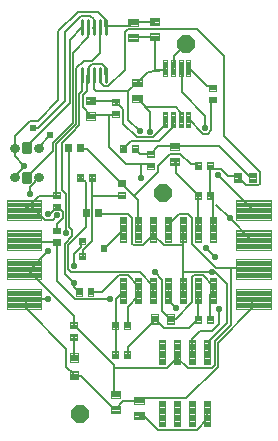
<source format=gbr>
G04 EAGLE Gerber RS-274X export*
G75*
%MOMM*%
%FSLAX34Y34*%
%LPD*%
%INTop Copper*%
%IPPOS*%
%AMOC8*
5,1,8,0,0,1.08239X$1,22.5*%
G01*
%ADD10C,0.250000*%
%ADD11C,0.105000*%
%ADD12C,0.099000*%
%ADD13C,0.102000*%
%ADD14C,0.800000*%
%ADD15C,0.400000*%
%ADD16C,0.104000*%
%ADD17C,0.103631*%
%ADD18C,0.108000*%
%ADD19P,1.623585X8X202.500000*%
%ADD20C,0.127000*%
%ADD21C,0.554000*%
%ADD22C,0.604000*%
%ADD23C,0.152400*%


D10*
X87000Y353250D02*
X87000Y341250D01*
X82000Y341250D02*
X82000Y353250D01*
X77000Y353250D02*
X77000Y341250D01*
X72000Y341250D02*
X72000Y353250D01*
X67000Y353250D02*
X67000Y341250D01*
X87000Y312750D02*
X87000Y300750D01*
X82000Y300750D02*
X82000Y312750D01*
X77000Y312750D02*
X77000Y300750D01*
X72000Y300750D02*
X72000Y312750D01*
X67000Y312750D02*
X67000Y300750D01*
D11*
X117353Y290159D02*
X117353Y284209D01*
X109403Y284209D01*
X109403Y290159D01*
X117353Y290159D01*
X117353Y285206D02*
X109403Y285206D01*
X109403Y286203D02*
X117353Y286203D01*
X117353Y287200D02*
X109403Y287200D01*
X109403Y288197D02*
X117353Y288197D01*
X117353Y289194D02*
X109403Y289194D01*
X117353Y297209D02*
X117353Y303159D01*
X117353Y297209D02*
X109403Y297209D01*
X109403Y303159D01*
X117353Y303159D01*
X117353Y298206D02*
X109403Y298206D01*
X109403Y299203D02*
X117353Y299203D01*
X117353Y300200D02*
X109403Y300200D01*
X109403Y301197D02*
X117353Y301197D01*
X117353Y302194D02*
X109403Y302194D01*
X77975Y274975D02*
X77975Y269025D01*
X70025Y269025D01*
X70025Y274975D01*
X77975Y274975D01*
X77975Y270022D02*
X70025Y270022D01*
X70025Y271019D02*
X77975Y271019D01*
X77975Y272016D02*
X70025Y272016D01*
X70025Y273013D02*
X77975Y273013D01*
X77975Y274010D02*
X70025Y274010D01*
X77975Y282025D02*
X77975Y287975D01*
X77975Y282025D02*
X70025Y282025D01*
X70025Y287975D01*
X77975Y287975D01*
X77975Y283022D02*
X70025Y283022D01*
X70025Y284019D02*
X77975Y284019D01*
X77975Y285016D02*
X70025Y285016D01*
X70025Y286013D02*
X77975Y286013D01*
X77975Y287010D02*
X70025Y287010D01*
X148975Y236475D02*
X148975Y230525D01*
X141025Y230525D01*
X141025Y236475D01*
X148975Y236475D01*
X148975Y231522D02*
X141025Y231522D01*
X141025Y232519D02*
X148975Y232519D01*
X148975Y233516D02*
X141025Y233516D01*
X141025Y234513D02*
X148975Y234513D01*
X148975Y235510D02*
X141025Y235510D01*
X148975Y243525D02*
X148975Y249475D01*
X148975Y243525D02*
X141025Y243525D01*
X141025Y249475D01*
X148975Y249475D01*
X148975Y244522D02*
X141025Y244522D01*
X141025Y245519D02*
X148975Y245519D01*
X148975Y246516D02*
X141025Y246516D01*
X141025Y247513D02*
X148975Y247513D01*
X148975Y248510D02*
X141025Y248510D01*
X195525Y216025D02*
X201475Y216025D01*
X195525Y216025D02*
X195525Y223975D01*
X201475Y223975D01*
X201475Y216025D01*
X201475Y217022D02*
X195525Y217022D01*
X195525Y218019D02*
X201475Y218019D01*
X201475Y219016D02*
X195525Y219016D01*
X195525Y220013D02*
X201475Y220013D01*
X201475Y221010D02*
X195525Y221010D01*
X195525Y222007D02*
X201475Y222007D01*
X201475Y223004D02*
X195525Y223004D01*
X208525Y216025D02*
X214475Y216025D01*
X208525Y216025D02*
X208525Y223975D01*
X214475Y223975D01*
X214475Y216025D01*
X214475Y217022D02*
X208525Y217022D01*
X208525Y218019D02*
X214475Y218019D01*
X214475Y219016D02*
X208525Y219016D01*
X208525Y220013D02*
X214475Y220013D01*
X214475Y221010D02*
X208525Y221010D01*
X208525Y222007D02*
X214475Y222007D01*
X214475Y223004D02*
X208525Y223004D01*
X131475Y96025D02*
X125525Y96025D01*
X125525Y103975D01*
X131475Y103975D01*
X131475Y96025D01*
X131475Y97022D02*
X125525Y97022D01*
X125525Y98019D02*
X131475Y98019D01*
X131475Y99016D02*
X125525Y99016D01*
X125525Y100013D02*
X131475Y100013D01*
X131475Y101010D02*
X125525Y101010D01*
X125525Y102007D02*
X131475Y102007D01*
X131475Y103004D02*
X125525Y103004D01*
X138525Y96025D02*
X144475Y96025D01*
X138525Y96025D02*
X138525Y103975D01*
X144475Y103975D01*
X144475Y96025D01*
X144475Y97022D02*
X138525Y97022D01*
X138525Y98019D02*
X144475Y98019D01*
X144475Y99016D02*
X138525Y99016D01*
X138525Y100013D02*
X144475Y100013D01*
X144475Y101010D02*
X138525Y101010D01*
X138525Y102007D02*
X144475Y102007D01*
X144475Y103004D02*
X138525Y103004D01*
X91025Y39475D02*
X91025Y33525D01*
X91025Y39475D02*
X98975Y39475D01*
X98975Y33525D01*
X91025Y33525D01*
X91025Y34522D02*
X98975Y34522D01*
X98975Y35519D02*
X91025Y35519D01*
X91025Y36516D02*
X98975Y36516D01*
X98975Y37513D02*
X91025Y37513D01*
X91025Y38510D02*
X98975Y38510D01*
X91025Y26475D02*
X91025Y20525D01*
X91025Y26475D02*
X98975Y26475D01*
X98975Y20525D01*
X91025Y20525D01*
X91025Y21522D02*
X98975Y21522D01*
X98975Y22519D02*
X91025Y22519D01*
X91025Y23516D02*
X98975Y23516D01*
X98975Y24513D02*
X91025Y24513D01*
X91025Y25510D02*
X98975Y25510D01*
X118975Y21475D02*
X118975Y15525D01*
X111025Y15525D01*
X111025Y21475D01*
X118975Y21475D01*
X118975Y16522D02*
X111025Y16522D01*
X111025Y17519D02*
X118975Y17519D01*
X118975Y18516D02*
X111025Y18516D01*
X111025Y19513D02*
X118975Y19513D01*
X118975Y20510D02*
X111025Y20510D01*
X118975Y28525D02*
X118975Y34475D01*
X118975Y28525D02*
X111025Y28525D01*
X111025Y34475D01*
X118975Y34475D01*
X118975Y29522D02*
X111025Y29522D01*
X111025Y30519D02*
X118975Y30519D01*
X118975Y31516D02*
X111025Y31516D01*
X111025Y32513D02*
X118975Y32513D01*
X118975Y33510D02*
X111025Y33510D01*
X113975Y335525D02*
X113975Y341475D01*
X113975Y335525D02*
X106025Y335525D01*
X106025Y341475D01*
X113975Y341475D01*
X113975Y336522D02*
X106025Y336522D01*
X106025Y337519D02*
X113975Y337519D01*
X113975Y338516D02*
X106025Y338516D01*
X106025Y339513D02*
X113975Y339513D01*
X113975Y340510D02*
X106025Y340510D01*
X113975Y348525D02*
X113975Y354475D01*
X113975Y348525D02*
X106025Y348525D01*
X106025Y354475D01*
X113975Y354475D01*
X113975Y349522D02*
X106025Y349522D01*
X106025Y350519D02*
X113975Y350519D01*
X113975Y351516D02*
X106025Y351516D01*
X106025Y352513D02*
X113975Y352513D01*
X113975Y353510D02*
X106025Y353510D01*
X131975Y341975D02*
X131975Y336025D01*
X124025Y336025D01*
X124025Y341975D01*
X131975Y341975D01*
X131975Y337022D02*
X124025Y337022D01*
X124025Y338019D02*
X131975Y338019D01*
X131975Y339016D02*
X124025Y339016D01*
X124025Y340013D02*
X131975Y340013D01*
X131975Y341010D02*
X124025Y341010D01*
X131975Y349025D02*
X131975Y354975D01*
X131975Y349025D02*
X124025Y349025D01*
X124025Y354975D01*
X131975Y354975D01*
X131975Y350022D02*
X124025Y350022D01*
X124025Y351019D02*
X131975Y351019D01*
X131975Y352016D02*
X124025Y352016D01*
X124025Y353013D02*
X131975Y353013D01*
X131975Y354010D02*
X124025Y354010D01*
D12*
X64495Y169005D02*
X64495Y163995D01*
X64495Y169005D02*
X69005Y169005D01*
X69005Y163995D01*
X64495Y163995D01*
X64495Y164935D02*
X69005Y164935D01*
X69005Y165875D02*
X64495Y165875D01*
X64495Y166815D02*
X69005Y166815D01*
X69005Y167755D02*
X64495Y167755D01*
X64495Y168695D02*
X69005Y168695D01*
X64495Y156005D02*
X64495Y150995D01*
X64495Y156005D02*
X69005Y156005D01*
X69005Y150995D01*
X64495Y150995D01*
X64495Y151935D02*
X69005Y151935D01*
X69005Y152875D02*
X64495Y152875D01*
X64495Y153815D02*
X69005Y153815D01*
X69005Y154755D02*
X64495Y154755D01*
X64495Y155695D02*
X69005Y155695D01*
X82995Y157495D02*
X82995Y162505D01*
X87505Y162505D01*
X87505Y157495D01*
X82995Y157495D01*
X82995Y158435D02*
X87505Y158435D01*
X87505Y159375D02*
X82995Y159375D01*
X82995Y160315D02*
X87505Y160315D01*
X87505Y161255D02*
X82995Y161255D01*
X82995Y162195D02*
X87505Y162195D01*
D13*
X162910Y186490D02*
X167890Y186490D01*
X167890Y165510D01*
X162910Y165510D01*
X162910Y186490D01*
X162910Y166479D02*
X167890Y166479D01*
X167890Y167448D02*
X162910Y167448D01*
X162910Y168417D02*
X167890Y168417D01*
X167890Y169386D02*
X162910Y169386D01*
X162910Y170355D02*
X167890Y170355D01*
X167890Y171324D02*
X162910Y171324D01*
X162910Y172293D02*
X167890Y172293D01*
X167890Y173262D02*
X162910Y173262D01*
X162910Y174231D02*
X167890Y174231D01*
X167890Y175200D02*
X162910Y175200D01*
X162910Y176169D02*
X167890Y176169D01*
X167890Y177138D02*
X162910Y177138D01*
X162910Y178107D02*
X167890Y178107D01*
X167890Y179076D02*
X162910Y179076D01*
X162910Y180045D02*
X167890Y180045D01*
X167890Y181014D02*
X162910Y181014D01*
X162910Y181983D02*
X167890Y181983D01*
X167890Y182952D02*
X162910Y182952D01*
X162910Y183921D02*
X167890Y183921D01*
X167890Y184890D02*
X162910Y184890D01*
X162910Y185859D02*
X167890Y185859D01*
X167890Y134490D02*
X162910Y134490D01*
X167890Y134490D02*
X167890Y113510D01*
X162910Y113510D01*
X162910Y134490D01*
X162910Y114479D02*
X167890Y114479D01*
X167890Y115448D02*
X162910Y115448D01*
X162910Y116417D02*
X167890Y116417D01*
X167890Y117386D02*
X162910Y117386D01*
X162910Y118355D02*
X167890Y118355D01*
X167890Y119324D02*
X162910Y119324D01*
X162910Y120293D02*
X167890Y120293D01*
X167890Y121262D02*
X162910Y121262D01*
X162910Y122231D02*
X167890Y122231D01*
X167890Y123200D02*
X162910Y123200D01*
X162910Y124169D02*
X167890Y124169D01*
X167890Y125138D02*
X162910Y125138D01*
X162910Y126107D02*
X167890Y126107D01*
X167890Y127076D02*
X162910Y127076D01*
X162910Y128045D02*
X167890Y128045D01*
X167890Y129014D02*
X162910Y129014D01*
X162910Y129983D02*
X167890Y129983D01*
X167890Y130952D02*
X162910Y130952D01*
X162910Y131921D02*
X167890Y131921D01*
X167890Y132890D02*
X162910Y132890D01*
X162910Y133859D02*
X167890Y133859D01*
X175610Y186490D02*
X180590Y186490D01*
X180590Y165510D01*
X175610Y165510D01*
X175610Y186490D01*
X175610Y166479D02*
X180590Y166479D01*
X180590Y167448D02*
X175610Y167448D01*
X175610Y168417D02*
X180590Y168417D01*
X180590Y169386D02*
X175610Y169386D01*
X175610Y170355D02*
X180590Y170355D01*
X180590Y171324D02*
X175610Y171324D01*
X175610Y172293D02*
X180590Y172293D01*
X180590Y173262D02*
X175610Y173262D01*
X175610Y174231D02*
X180590Y174231D01*
X180590Y175200D02*
X175610Y175200D01*
X175610Y176169D02*
X180590Y176169D01*
X180590Y177138D02*
X175610Y177138D01*
X175610Y178107D02*
X180590Y178107D01*
X180590Y179076D02*
X175610Y179076D01*
X175610Y180045D02*
X180590Y180045D01*
X180590Y181014D02*
X175610Y181014D01*
X175610Y181983D02*
X180590Y181983D01*
X180590Y182952D02*
X175610Y182952D01*
X175610Y183921D02*
X180590Y183921D01*
X180590Y184890D02*
X175610Y184890D01*
X175610Y185859D02*
X180590Y185859D01*
X155190Y186490D02*
X150210Y186490D01*
X155190Y186490D02*
X155190Y165510D01*
X150210Y165510D01*
X150210Y186490D01*
X150210Y166479D02*
X155190Y166479D01*
X155190Y167448D02*
X150210Y167448D01*
X150210Y168417D02*
X155190Y168417D01*
X155190Y169386D02*
X150210Y169386D01*
X150210Y170355D02*
X155190Y170355D01*
X155190Y171324D02*
X150210Y171324D01*
X150210Y172293D02*
X155190Y172293D01*
X155190Y173262D02*
X150210Y173262D01*
X150210Y174231D02*
X155190Y174231D01*
X155190Y175200D02*
X150210Y175200D01*
X150210Y176169D02*
X155190Y176169D01*
X155190Y177138D02*
X150210Y177138D01*
X150210Y178107D02*
X155190Y178107D01*
X155190Y179076D02*
X150210Y179076D01*
X150210Y180045D02*
X155190Y180045D01*
X155190Y181014D02*
X150210Y181014D01*
X150210Y181983D02*
X155190Y181983D01*
X155190Y182952D02*
X150210Y182952D01*
X150210Y183921D02*
X155190Y183921D01*
X155190Y184890D02*
X150210Y184890D01*
X150210Y185859D02*
X155190Y185859D01*
X142490Y186490D02*
X137510Y186490D01*
X142490Y186490D02*
X142490Y165510D01*
X137510Y165510D01*
X137510Y186490D01*
X137510Y166479D02*
X142490Y166479D01*
X142490Y167448D02*
X137510Y167448D01*
X137510Y168417D02*
X142490Y168417D01*
X142490Y169386D02*
X137510Y169386D01*
X137510Y170355D02*
X142490Y170355D01*
X142490Y171324D02*
X137510Y171324D01*
X137510Y172293D02*
X142490Y172293D01*
X142490Y173262D02*
X137510Y173262D01*
X137510Y174231D02*
X142490Y174231D01*
X142490Y175200D02*
X137510Y175200D01*
X137510Y176169D02*
X142490Y176169D01*
X142490Y177138D02*
X137510Y177138D01*
X137510Y178107D02*
X142490Y178107D01*
X142490Y179076D02*
X137510Y179076D01*
X137510Y180045D02*
X142490Y180045D01*
X142490Y181014D02*
X137510Y181014D01*
X137510Y181983D02*
X142490Y181983D01*
X142490Y182952D02*
X137510Y182952D01*
X137510Y183921D02*
X142490Y183921D01*
X142490Y184890D02*
X137510Y184890D01*
X137510Y185859D02*
X142490Y185859D01*
X175610Y134490D02*
X180590Y134490D01*
X180590Y113510D01*
X175610Y113510D01*
X175610Y134490D01*
X175610Y114479D02*
X180590Y114479D01*
X180590Y115448D02*
X175610Y115448D01*
X175610Y116417D02*
X180590Y116417D01*
X180590Y117386D02*
X175610Y117386D01*
X175610Y118355D02*
X180590Y118355D01*
X180590Y119324D02*
X175610Y119324D01*
X175610Y120293D02*
X180590Y120293D01*
X180590Y121262D02*
X175610Y121262D01*
X175610Y122231D02*
X180590Y122231D01*
X180590Y123200D02*
X175610Y123200D01*
X175610Y124169D02*
X180590Y124169D01*
X180590Y125138D02*
X175610Y125138D01*
X175610Y126107D02*
X180590Y126107D01*
X180590Y127076D02*
X175610Y127076D01*
X175610Y128045D02*
X180590Y128045D01*
X180590Y129014D02*
X175610Y129014D01*
X175610Y129983D02*
X180590Y129983D01*
X180590Y130952D02*
X175610Y130952D01*
X175610Y131921D02*
X180590Y131921D01*
X180590Y132890D02*
X175610Y132890D01*
X175610Y133859D02*
X180590Y133859D01*
X155190Y134490D02*
X150210Y134490D01*
X155190Y134490D02*
X155190Y113510D01*
X150210Y113510D01*
X150210Y134490D01*
X150210Y114479D02*
X155190Y114479D01*
X155190Y115448D02*
X150210Y115448D01*
X150210Y116417D02*
X155190Y116417D01*
X155190Y117386D02*
X150210Y117386D01*
X150210Y118355D02*
X155190Y118355D01*
X155190Y119324D02*
X150210Y119324D01*
X150210Y120293D02*
X155190Y120293D01*
X155190Y121262D02*
X150210Y121262D01*
X150210Y122231D02*
X155190Y122231D01*
X155190Y123200D02*
X150210Y123200D01*
X150210Y124169D02*
X155190Y124169D01*
X155190Y125138D02*
X150210Y125138D01*
X150210Y126107D02*
X155190Y126107D01*
X155190Y127076D02*
X150210Y127076D01*
X150210Y128045D02*
X155190Y128045D01*
X155190Y129014D02*
X150210Y129014D01*
X150210Y129983D02*
X155190Y129983D01*
X155190Y130952D02*
X150210Y130952D01*
X150210Y131921D02*
X155190Y131921D01*
X155190Y132890D02*
X150210Y132890D01*
X150210Y133859D02*
X155190Y133859D01*
X142490Y134490D02*
X137510Y134490D01*
X142490Y134490D02*
X142490Y113510D01*
X137510Y113510D01*
X137510Y134490D01*
X137510Y114479D02*
X142490Y114479D01*
X142490Y115448D02*
X137510Y115448D01*
X137510Y116417D02*
X142490Y116417D01*
X142490Y117386D02*
X137510Y117386D01*
X137510Y118355D02*
X142490Y118355D01*
X142490Y119324D02*
X137510Y119324D01*
X137510Y120293D02*
X142490Y120293D01*
X142490Y121262D02*
X137510Y121262D01*
X137510Y122231D02*
X142490Y122231D01*
X142490Y123200D02*
X137510Y123200D01*
X137510Y124169D02*
X142490Y124169D01*
X142490Y125138D02*
X137510Y125138D01*
X137510Y126107D02*
X142490Y126107D01*
X142490Y127076D02*
X137510Y127076D01*
X137510Y128045D02*
X142490Y128045D01*
X142490Y129014D02*
X137510Y129014D01*
X137510Y129983D02*
X142490Y129983D01*
X142490Y130952D02*
X137510Y130952D01*
X137510Y131921D02*
X142490Y131921D01*
X142490Y132890D02*
X137510Y132890D01*
X137510Y133859D02*
X142490Y133859D01*
X117090Y186490D02*
X112110Y186490D01*
X117090Y186490D02*
X117090Y165510D01*
X112110Y165510D01*
X112110Y186490D01*
X112110Y166479D02*
X117090Y166479D01*
X117090Y167448D02*
X112110Y167448D01*
X112110Y168417D02*
X117090Y168417D01*
X117090Y169386D02*
X112110Y169386D01*
X112110Y170355D02*
X117090Y170355D01*
X117090Y171324D02*
X112110Y171324D01*
X112110Y172293D02*
X117090Y172293D01*
X117090Y173262D02*
X112110Y173262D01*
X112110Y174231D02*
X117090Y174231D01*
X117090Y175200D02*
X112110Y175200D01*
X112110Y176169D02*
X117090Y176169D01*
X117090Y177138D02*
X112110Y177138D01*
X112110Y178107D02*
X117090Y178107D01*
X117090Y179076D02*
X112110Y179076D01*
X112110Y180045D02*
X117090Y180045D01*
X117090Y181014D02*
X112110Y181014D01*
X112110Y181983D02*
X117090Y181983D01*
X117090Y182952D02*
X112110Y182952D01*
X112110Y183921D02*
X117090Y183921D01*
X117090Y184890D02*
X112110Y184890D01*
X112110Y185859D02*
X117090Y185859D01*
X117090Y134490D02*
X112110Y134490D01*
X117090Y134490D02*
X117090Y113510D01*
X112110Y113510D01*
X112110Y134490D01*
X112110Y114479D02*
X117090Y114479D01*
X117090Y115448D02*
X112110Y115448D01*
X112110Y116417D02*
X117090Y116417D01*
X117090Y117386D02*
X112110Y117386D01*
X112110Y118355D02*
X117090Y118355D01*
X117090Y119324D02*
X112110Y119324D01*
X112110Y120293D02*
X117090Y120293D01*
X117090Y121262D02*
X112110Y121262D01*
X112110Y122231D02*
X117090Y122231D01*
X117090Y123200D02*
X112110Y123200D01*
X112110Y124169D02*
X117090Y124169D01*
X117090Y125138D02*
X112110Y125138D01*
X112110Y126107D02*
X117090Y126107D01*
X117090Y127076D02*
X112110Y127076D01*
X112110Y128045D02*
X117090Y128045D01*
X117090Y129014D02*
X112110Y129014D01*
X112110Y129983D02*
X117090Y129983D01*
X117090Y130952D02*
X112110Y130952D01*
X112110Y131921D02*
X117090Y131921D01*
X117090Y132890D02*
X112110Y132890D01*
X112110Y133859D02*
X117090Y133859D01*
X124810Y186490D02*
X129790Y186490D01*
X129790Y165510D01*
X124810Y165510D01*
X124810Y186490D01*
X124810Y166479D02*
X129790Y166479D01*
X129790Y167448D02*
X124810Y167448D01*
X124810Y168417D02*
X129790Y168417D01*
X129790Y169386D02*
X124810Y169386D01*
X124810Y170355D02*
X129790Y170355D01*
X129790Y171324D02*
X124810Y171324D01*
X124810Y172293D02*
X129790Y172293D01*
X129790Y173262D02*
X124810Y173262D01*
X124810Y174231D02*
X129790Y174231D01*
X129790Y175200D02*
X124810Y175200D01*
X124810Y176169D02*
X129790Y176169D01*
X129790Y177138D02*
X124810Y177138D01*
X124810Y178107D02*
X129790Y178107D01*
X129790Y179076D02*
X124810Y179076D01*
X124810Y180045D02*
X129790Y180045D01*
X129790Y181014D02*
X124810Y181014D01*
X124810Y181983D02*
X129790Y181983D01*
X129790Y182952D02*
X124810Y182952D01*
X124810Y183921D02*
X129790Y183921D01*
X129790Y184890D02*
X124810Y184890D01*
X124810Y185859D02*
X129790Y185859D01*
X104390Y186490D02*
X99410Y186490D01*
X104390Y186490D02*
X104390Y165510D01*
X99410Y165510D01*
X99410Y186490D01*
X99410Y166479D02*
X104390Y166479D01*
X104390Y167448D02*
X99410Y167448D01*
X99410Y168417D02*
X104390Y168417D01*
X104390Y169386D02*
X99410Y169386D01*
X99410Y170355D02*
X104390Y170355D01*
X104390Y171324D02*
X99410Y171324D01*
X99410Y172293D02*
X104390Y172293D01*
X104390Y173262D02*
X99410Y173262D01*
X99410Y174231D02*
X104390Y174231D01*
X104390Y175200D02*
X99410Y175200D01*
X99410Y176169D02*
X104390Y176169D01*
X104390Y177138D02*
X99410Y177138D01*
X99410Y178107D02*
X104390Y178107D01*
X104390Y179076D02*
X99410Y179076D01*
X99410Y180045D02*
X104390Y180045D01*
X104390Y181014D02*
X99410Y181014D01*
X99410Y181983D02*
X104390Y181983D01*
X104390Y182952D02*
X99410Y182952D01*
X99410Y183921D02*
X104390Y183921D01*
X104390Y184890D02*
X99410Y184890D01*
X99410Y185859D02*
X104390Y185859D01*
X124810Y134490D02*
X129790Y134490D01*
X129790Y113510D01*
X124810Y113510D01*
X124810Y134490D01*
X124810Y114479D02*
X129790Y114479D01*
X129790Y115448D02*
X124810Y115448D01*
X124810Y116417D02*
X129790Y116417D01*
X129790Y117386D02*
X124810Y117386D01*
X124810Y118355D02*
X129790Y118355D01*
X129790Y119324D02*
X124810Y119324D01*
X124810Y120293D02*
X129790Y120293D01*
X129790Y121262D02*
X124810Y121262D01*
X124810Y122231D02*
X129790Y122231D01*
X129790Y123200D02*
X124810Y123200D01*
X124810Y124169D02*
X129790Y124169D01*
X129790Y125138D02*
X124810Y125138D01*
X124810Y126107D02*
X129790Y126107D01*
X129790Y127076D02*
X124810Y127076D01*
X124810Y128045D02*
X129790Y128045D01*
X129790Y129014D02*
X124810Y129014D01*
X124810Y129983D02*
X129790Y129983D01*
X129790Y130952D02*
X124810Y130952D01*
X124810Y131921D02*
X129790Y131921D01*
X129790Y132890D02*
X124810Y132890D01*
X124810Y133859D02*
X129790Y133859D01*
X104390Y134490D02*
X99410Y134490D01*
X104390Y134490D02*
X104390Y113510D01*
X99410Y113510D01*
X99410Y134490D01*
X99410Y114479D02*
X104390Y114479D01*
X104390Y115448D02*
X99410Y115448D01*
X99410Y116417D02*
X104390Y116417D01*
X104390Y117386D02*
X99410Y117386D01*
X99410Y118355D02*
X104390Y118355D01*
X104390Y119324D02*
X99410Y119324D01*
X99410Y120293D02*
X104390Y120293D01*
X104390Y121262D02*
X99410Y121262D01*
X99410Y122231D02*
X104390Y122231D01*
X104390Y123200D02*
X99410Y123200D01*
X99410Y124169D02*
X104390Y124169D01*
X104390Y125138D02*
X99410Y125138D01*
X99410Y126107D02*
X104390Y126107D01*
X104390Y127076D02*
X99410Y127076D01*
X99410Y128045D02*
X104390Y128045D01*
X104390Y129014D02*
X99410Y129014D01*
X99410Y129983D02*
X104390Y129983D01*
X104390Y130952D02*
X99410Y130952D01*
X99410Y131921D02*
X104390Y131921D01*
X104390Y132890D02*
X99410Y132890D01*
X99410Y133859D02*
X104390Y133859D01*
D14*
X30605Y220000D02*
X29715Y220000D01*
D15*
X18000Y217000D02*
X18000Y223000D01*
X22000Y223000D01*
X22000Y217000D01*
X18000Y217000D01*
X18000Y220800D02*
X22000Y220800D01*
D14*
X10285Y220000D02*
X9395Y220000D01*
X29715Y245000D02*
X30605Y245000D01*
D15*
X18000Y242000D02*
X18000Y248000D01*
X22000Y248000D01*
X22000Y242000D01*
X18000Y242000D01*
X18000Y245800D02*
X22000Y245800D01*
D14*
X10285Y245000D02*
X9395Y245000D01*
D16*
X56520Y55980D02*
X63480Y55980D01*
X63480Y49020D01*
X56520Y49020D01*
X56520Y55980D01*
X56520Y50008D02*
X63480Y50008D01*
X63480Y50996D02*
X56520Y50996D01*
X56520Y51984D02*
X63480Y51984D01*
X63480Y52972D02*
X56520Y52972D01*
X56520Y53960D02*
X63480Y53960D01*
X63480Y54948D02*
X56520Y54948D01*
X56520Y55936D02*
X63480Y55936D01*
X63480Y70980D02*
X56520Y70980D01*
X63480Y70980D02*
X63480Y64020D01*
X56520Y64020D01*
X56520Y70980D01*
X56520Y65008D02*
X63480Y65008D01*
X63480Y65996D02*
X56520Y65996D01*
X56520Y66984D02*
X63480Y66984D01*
X63480Y67972D02*
X56520Y67972D01*
X56520Y68960D02*
X63480Y68960D01*
X63480Y69948D02*
X56520Y69948D01*
X56520Y70936D02*
X63480Y70936D01*
D17*
X155011Y306250D02*
X155011Y319438D01*
X158293Y319438D01*
X158293Y306250D01*
X155011Y306250D01*
X155011Y307234D02*
X158293Y307234D01*
X158293Y308218D02*
X155011Y308218D01*
X155011Y309202D02*
X158293Y309202D01*
X158293Y310186D02*
X155011Y310186D01*
X155011Y311170D02*
X158293Y311170D01*
X158293Y312154D02*
X155011Y312154D01*
X155011Y313138D02*
X158293Y313138D01*
X158293Y314122D02*
X155011Y314122D01*
X155011Y315106D02*
X158293Y315106D01*
X158293Y316090D02*
X155011Y316090D01*
X155011Y317074D02*
X158293Y317074D01*
X158293Y318058D02*
X155011Y318058D01*
X155011Y319042D02*
X158293Y319042D01*
X148661Y319438D02*
X148661Y306250D01*
X148661Y319438D02*
X151943Y319438D01*
X151943Y306250D01*
X148661Y306250D01*
X148661Y307234D02*
X151943Y307234D01*
X151943Y308218D02*
X148661Y308218D01*
X148661Y309202D02*
X151943Y309202D01*
X151943Y310186D02*
X148661Y310186D01*
X148661Y311170D02*
X151943Y311170D01*
X151943Y312154D02*
X148661Y312154D01*
X148661Y313138D02*
X151943Y313138D01*
X151943Y314122D02*
X148661Y314122D01*
X148661Y315106D02*
X151943Y315106D01*
X151943Y316090D02*
X148661Y316090D01*
X148661Y317074D02*
X151943Y317074D01*
X151943Y318058D02*
X148661Y318058D01*
X148661Y319042D02*
X151943Y319042D01*
X142057Y319438D02*
X142057Y306250D01*
X142057Y319438D02*
X145339Y319438D01*
X145339Y306250D01*
X142057Y306250D01*
X142057Y307234D02*
X145339Y307234D01*
X145339Y308218D02*
X142057Y308218D01*
X142057Y309202D02*
X145339Y309202D01*
X145339Y310186D02*
X142057Y310186D01*
X142057Y311170D02*
X145339Y311170D01*
X145339Y312154D02*
X142057Y312154D01*
X142057Y313138D02*
X145339Y313138D01*
X145339Y314122D02*
X142057Y314122D01*
X142057Y315106D02*
X145339Y315106D01*
X145339Y316090D02*
X142057Y316090D01*
X142057Y317074D02*
X145339Y317074D01*
X145339Y318058D02*
X142057Y318058D01*
X142057Y319042D02*
X145339Y319042D01*
X135707Y319438D02*
X135707Y306250D01*
X135707Y319438D02*
X138989Y319438D01*
X138989Y306250D01*
X135707Y306250D01*
X135707Y307234D02*
X138989Y307234D01*
X138989Y308218D02*
X135707Y308218D01*
X135707Y309202D02*
X138989Y309202D01*
X138989Y310186D02*
X135707Y310186D01*
X135707Y311170D02*
X138989Y311170D01*
X138989Y312154D02*
X135707Y312154D01*
X135707Y313138D02*
X138989Y313138D01*
X138989Y314122D02*
X135707Y314122D01*
X135707Y315106D02*
X138989Y315106D01*
X138989Y316090D02*
X135707Y316090D01*
X135707Y317074D02*
X138989Y317074D01*
X138989Y318058D02*
X135707Y318058D01*
X135707Y319042D02*
X138989Y319042D01*
X135707Y275750D02*
X135707Y262562D01*
X135707Y275750D02*
X138989Y275750D01*
X138989Y262562D01*
X135707Y262562D01*
X135707Y263546D02*
X138989Y263546D01*
X138989Y264530D02*
X135707Y264530D01*
X135707Y265514D02*
X138989Y265514D01*
X138989Y266498D02*
X135707Y266498D01*
X135707Y267482D02*
X138989Y267482D01*
X138989Y268466D02*
X135707Y268466D01*
X135707Y269450D02*
X138989Y269450D01*
X138989Y270434D02*
X135707Y270434D01*
X135707Y271418D02*
X138989Y271418D01*
X138989Y272402D02*
X135707Y272402D01*
X135707Y273386D02*
X138989Y273386D01*
X138989Y274370D02*
X135707Y274370D01*
X135707Y275354D02*
X138989Y275354D01*
X142057Y275750D02*
X142057Y262562D01*
X142057Y275750D02*
X145339Y275750D01*
X145339Y262562D01*
X142057Y262562D01*
X142057Y263546D02*
X145339Y263546D01*
X145339Y264530D02*
X142057Y264530D01*
X142057Y265514D02*
X145339Y265514D01*
X145339Y266498D02*
X142057Y266498D01*
X142057Y267482D02*
X145339Y267482D01*
X145339Y268466D02*
X142057Y268466D01*
X142057Y269450D02*
X145339Y269450D01*
X145339Y270434D02*
X142057Y270434D01*
X142057Y271418D02*
X145339Y271418D01*
X145339Y272402D02*
X142057Y272402D01*
X142057Y273386D02*
X145339Y273386D01*
X145339Y274370D02*
X142057Y274370D01*
X142057Y275354D02*
X145339Y275354D01*
X148661Y275750D02*
X148661Y262562D01*
X148661Y275750D02*
X151943Y275750D01*
X151943Y262562D01*
X148661Y262562D01*
X148661Y263546D02*
X151943Y263546D01*
X151943Y264530D02*
X148661Y264530D01*
X148661Y265514D02*
X151943Y265514D01*
X151943Y266498D02*
X148661Y266498D01*
X148661Y267482D02*
X151943Y267482D01*
X151943Y268466D02*
X148661Y268466D01*
X148661Y269450D02*
X151943Y269450D01*
X151943Y270434D02*
X148661Y270434D01*
X148661Y271418D02*
X151943Y271418D01*
X151943Y272402D02*
X148661Y272402D01*
X148661Y273386D02*
X151943Y273386D01*
X151943Y274370D02*
X148661Y274370D01*
X148661Y275354D02*
X151943Y275354D01*
X155011Y275750D02*
X155011Y262562D01*
X155011Y275750D02*
X158293Y275750D01*
X158293Y262562D01*
X155011Y262562D01*
X155011Y263546D02*
X158293Y263546D01*
X158293Y264530D02*
X155011Y264530D01*
X155011Y265514D02*
X158293Y265514D01*
X158293Y266498D02*
X155011Y266498D01*
X155011Y267482D02*
X158293Y267482D01*
X158293Y268466D02*
X155011Y268466D01*
X155011Y269450D02*
X158293Y269450D01*
X158293Y270434D02*
X155011Y270434D01*
X155011Y271418D02*
X158293Y271418D01*
X158293Y272402D02*
X155011Y272402D01*
X155011Y273386D02*
X158293Y273386D01*
X158293Y274370D02*
X155011Y274370D01*
X155011Y275354D02*
X158293Y275354D01*
D13*
X174010Y293510D02*
X174010Y298490D01*
X179990Y298490D01*
X179990Y293510D01*
X174010Y293510D01*
X174010Y294479D02*
X179990Y294479D01*
X179990Y295448D02*
X174010Y295448D01*
X174010Y296417D02*
X179990Y296417D01*
X179990Y297386D02*
X174010Y297386D01*
X174010Y298355D02*
X179990Y298355D01*
X174010Y288490D02*
X174010Y283510D01*
X174010Y288490D02*
X179990Y288490D01*
X179990Y283510D01*
X174010Y283510D01*
X174010Y284479D02*
X179990Y284479D01*
X179990Y285448D02*
X174010Y285448D01*
X174010Y286417D02*
X179990Y286417D01*
X179990Y287386D02*
X174010Y287386D01*
X174010Y288355D02*
X179990Y288355D01*
X107490Y97990D02*
X102510Y97990D01*
X107490Y97990D02*
X107490Y92010D01*
X102510Y92010D01*
X102510Y97990D01*
X102510Y92979D02*
X107490Y92979D01*
X107490Y93948D02*
X102510Y93948D01*
X102510Y94917D02*
X107490Y94917D01*
X107490Y95886D02*
X102510Y95886D01*
X102510Y96855D02*
X107490Y96855D01*
X107490Y97824D02*
X102510Y97824D01*
X97490Y97990D02*
X92510Y97990D01*
X97490Y97990D02*
X97490Y92010D01*
X92510Y92010D01*
X92510Y97990D01*
X92510Y92979D02*
X97490Y92979D01*
X97490Y93948D02*
X92510Y93948D01*
X92510Y94917D02*
X97490Y94917D01*
X97490Y95886D02*
X92510Y95886D01*
X92510Y96855D02*
X97490Y96855D01*
X97490Y97824D02*
X92510Y97824D01*
X92510Y67010D02*
X97490Y67010D01*
X92510Y67010D02*
X92510Y72990D01*
X97490Y72990D01*
X97490Y67010D01*
X97490Y67979D02*
X92510Y67979D01*
X92510Y68948D02*
X97490Y68948D01*
X97490Y69917D02*
X92510Y69917D01*
X92510Y70886D02*
X97490Y70886D01*
X97490Y71855D02*
X92510Y71855D01*
X92510Y72824D02*
X97490Y72824D01*
X102510Y67010D02*
X107490Y67010D01*
X102510Y67010D02*
X102510Y72990D01*
X107490Y72990D01*
X107490Y67010D01*
X107490Y67979D02*
X102510Y67979D01*
X102510Y68948D02*
X107490Y68948D01*
X107490Y69917D02*
X102510Y69917D01*
X102510Y70886D02*
X107490Y70886D01*
X107490Y71855D02*
X102510Y71855D01*
X102510Y72824D02*
X107490Y72824D01*
X82490Y192990D02*
X77510Y192990D01*
X82490Y192990D02*
X82490Y187010D01*
X77510Y187010D01*
X77510Y192990D01*
X77510Y187979D02*
X82490Y187979D01*
X82490Y188948D02*
X77510Y188948D01*
X77510Y189917D02*
X82490Y189917D01*
X82490Y190886D02*
X77510Y190886D01*
X77510Y191855D02*
X82490Y191855D01*
X82490Y192824D02*
X77510Y192824D01*
X72490Y192990D02*
X67510Y192990D01*
X72490Y192990D02*
X72490Y187010D01*
X67510Y187010D01*
X67510Y192990D01*
X67510Y187979D02*
X72490Y187979D01*
X72490Y188948D02*
X67510Y188948D01*
X67510Y189917D02*
X72490Y189917D01*
X72490Y190886D02*
X67510Y190886D01*
X67510Y191855D02*
X72490Y191855D01*
X72490Y192824D02*
X67510Y192824D01*
X99164Y241411D02*
X104144Y241411D01*
X99164Y241411D02*
X99164Y247391D01*
X104144Y247391D01*
X104144Y241411D01*
X104144Y242380D02*
X99164Y242380D01*
X99164Y243349D02*
X104144Y243349D01*
X104144Y244318D02*
X99164Y244318D01*
X99164Y245287D02*
X104144Y245287D01*
X104144Y246256D02*
X99164Y246256D01*
X99164Y247225D02*
X104144Y247225D01*
X109164Y241411D02*
X114144Y241411D01*
X109164Y241411D02*
X109164Y247391D01*
X114144Y247391D01*
X114144Y241411D01*
X114144Y242380D02*
X109164Y242380D01*
X109164Y243349D02*
X114144Y243349D01*
X114144Y244318D02*
X109164Y244318D01*
X109164Y245287D02*
X114144Y245287D01*
X114144Y246256D02*
X109164Y246256D01*
X109164Y247225D02*
X114144Y247225D01*
X67490Y217010D02*
X62510Y217010D01*
X62510Y222990D01*
X67490Y222990D01*
X67490Y217010D01*
X67490Y217979D02*
X62510Y217979D01*
X62510Y218948D02*
X67490Y218948D01*
X67490Y219917D02*
X62510Y219917D01*
X62510Y220886D02*
X67490Y220886D01*
X67490Y221855D02*
X62510Y221855D01*
X62510Y222824D02*
X67490Y222824D01*
X72510Y217010D02*
X77490Y217010D01*
X72510Y217010D02*
X72510Y222990D01*
X77490Y222990D01*
X77490Y217010D01*
X77490Y217979D02*
X72510Y217979D01*
X72510Y218948D02*
X77490Y218948D01*
X77490Y219917D02*
X72510Y219917D01*
X72510Y220886D02*
X77490Y220886D01*
X77490Y221855D02*
X72510Y221855D01*
X72510Y222824D02*
X77490Y222824D01*
X57010Y97490D02*
X57010Y92510D01*
X57010Y97490D02*
X62990Y97490D01*
X62990Y92510D01*
X57010Y92510D01*
X57010Y93479D02*
X62990Y93479D01*
X62990Y94448D02*
X57010Y94448D01*
X57010Y95417D02*
X62990Y95417D01*
X62990Y96386D02*
X57010Y96386D01*
X57010Y97355D02*
X62990Y97355D01*
X57010Y87490D02*
X57010Y82510D01*
X57010Y87490D02*
X62990Y87490D01*
X62990Y82510D01*
X57010Y82510D01*
X57010Y83479D02*
X62990Y83479D01*
X62990Y84448D02*
X57010Y84448D01*
X57010Y85417D02*
X62990Y85417D01*
X62990Y86386D02*
X57010Y86386D01*
X57010Y87355D02*
X62990Y87355D01*
X47990Y192510D02*
X47990Y197490D01*
X47990Y192510D02*
X42010Y192510D01*
X42010Y197490D01*
X47990Y197490D01*
X47990Y193479D02*
X42010Y193479D01*
X42010Y194448D02*
X47990Y194448D01*
X47990Y195417D02*
X42010Y195417D01*
X42010Y196386D02*
X47990Y196386D01*
X47990Y197355D02*
X42010Y197355D01*
X47990Y202510D02*
X47990Y207490D01*
X47990Y202510D02*
X42010Y202510D01*
X42010Y207490D01*
X47990Y207490D01*
X47990Y203479D02*
X42010Y203479D01*
X42010Y204448D02*
X47990Y204448D01*
X47990Y205417D02*
X42010Y205417D01*
X42010Y206386D02*
X47990Y206386D01*
X47990Y207355D02*
X42010Y207355D01*
X42010Y177490D02*
X42010Y172510D01*
X42010Y177490D02*
X47990Y177490D01*
X47990Y172510D01*
X42010Y172510D01*
X42010Y173479D02*
X47990Y173479D01*
X47990Y174448D02*
X42010Y174448D01*
X42010Y175417D02*
X47990Y175417D01*
X47990Y176386D02*
X42010Y176386D01*
X42010Y177355D02*
X47990Y177355D01*
X42010Y167490D02*
X42010Y162510D01*
X42010Y167490D02*
X47990Y167490D01*
X47990Y162510D01*
X42010Y162510D01*
X42010Y163479D02*
X47990Y163479D01*
X47990Y164448D02*
X42010Y164448D01*
X42010Y165417D02*
X47990Y165417D01*
X47990Y166386D02*
X42010Y166386D01*
X42010Y167355D02*
X47990Y167355D01*
X97990Y271510D02*
X97990Y276490D01*
X97990Y271510D02*
X92010Y271510D01*
X92010Y276490D01*
X97990Y276490D01*
X97990Y272479D02*
X92010Y272479D01*
X92010Y273448D02*
X97990Y273448D01*
X97990Y274417D02*
X92010Y274417D01*
X92010Y275386D02*
X97990Y275386D01*
X97990Y276355D02*
X92010Y276355D01*
X97990Y281510D02*
X97990Y286490D01*
X97990Y281510D02*
X92010Y281510D01*
X92010Y286490D01*
X97990Y286490D01*
X97990Y282479D02*
X92010Y282479D01*
X92010Y283448D02*
X97990Y283448D01*
X97990Y284417D02*
X92010Y284417D01*
X92010Y285386D02*
X97990Y285386D01*
X97990Y286355D02*
X92010Y286355D01*
X162510Y202010D02*
X167490Y202010D01*
X162510Y202010D02*
X162510Y207990D01*
X167490Y207990D01*
X167490Y202010D01*
X167490Y202979D02*
X162510Y202979D01*
X162510Y203948D02*
X167490Y203948D01*
X167490Y204917D02*
X162510Y204917D01*
X162510Y205886D02*
X167490Y205886D01*
X167490Y206855D02*
X162510Y206855D01*
X162510Y207824D02*
X167490Y207824D01*
X172510Y202010D02*
X177490Y202010D01*
X172510Y202010D02*
X172510Y207990D01*
X177490Y207990D01*
X177490Y202010D01*
X177490Y202979D02*
X172510Y202979D01*
X172510Y203948D02*
X177490Y203948D01*
X177490Y204917D02*
X172510Y204917D01*
X172510Y205886D02*
X177490Y205886D01*
X177490Y206855D02*
X172510Y206855D01*
X172510Y207824D02*
X177490Y207824D01*
X167490Y97010D02*
X162510Y97010D01*
X162510Y102990D01*
X167490Y102990D01*
X167490Y97010D01*
X167490Y97979D02*
X162510Y97979D01*
X162510Y98948D02*
X167490Y98948D01*
X167490Y99917D02*
X162510Y99917D01*
X162510Y100886D02*
X167490Y100886D01*
X167490Y101855D02*
X162510Y101855D01*
X162510Y102824D02*
X167490Y102824D01*
X172510Y97010D02*
X177490Y97010D01*
X172510Y97010D02*
X172510Y102990D01*
X177490Y102990D01*
X177490Y97010D01*
X177490Y97979D02*
X172510Y97979D01*
X172510Y98948D02*
X177490Y98948D01*
X177490Y99917D02*
X172510Y99917D01*
X172510Y100886D02*
X177490Y100886D01*
X177490Y101855D02*
X172510Y101855D01*
X172510Y102824D02*
X177490Y102824D01*
X122010Y237510D02*
X122010Y242490D01*
X127990Y242490D01*
X127990Y237510D01*
X122010Y237510D01*
X122010Y238479D02*
X127990Y238479D01*
X127990Y239448D02*
X122010Y239448D01*
X122010Y240417D02*
X127990Y240417D01*
X127990Y241386D02*
X122010Y241386D01*
X122010Y242355D02*
X127990Y242355D01*
X122010Y232490D02*
X122010Y227510D01*
X122010Y232490D02*
X127990Y232490D01*
X127990Y227510D01*
X122010Y227510D01*
X122010Y228479D02*
X127990Y228479D01*
X127990Y229448D02*
X122010Y229448D01*
X122010Y230417D02*
X127990Y230417D01*
X127990Y231386D02*
X122010Y231386D01*
X122010Y232355D02*
X127990Y232355D01*
X172510Y232990D02*
X177490Y232990D01*
X177490Y227010D01*
X172510Y227010D01*
X172510Y232990D01*
X172510Y227979D02*
X177490Y227979D01*
X177490Y228948D02*
X172510Y228948D01*
X172510Y229917D02*
X177490Y229917D01*
X177490Y230886D02*
X172510Y230886D01*
X172510Y231855D02*
X177490Y231855D01*
X177490Y232824D02*
X172510Y232824D01*
X167490Y232990D02*
X162510Y232990D01*
X167490Y232990D02*
X167490Y227010D01*
X162510Y227010D01*
X162510Y232990D01*
X162510Y227979D02*
X167490Y227979D01*
X167490Y228948D02*
X162510Y228948D01*
X162510Y229917D02*
X167490Y229917D01*
X167490Y230886D02*
X162510Y230886D01*
X162510Y231855D02*
X167490Y231855D01*
X167490Y232824D02*
X162510Y232824D01*
X67490Y247990D02*
X62510Y247990D01*
X67490Y247990D02*
X67490Y242010D01*
X62510Y242010D01*
X62510Y247990D01*
X62510Y242979D02*
X67490Y242979D01*
X67490Y243948D02*
X62510Y243948D01*
X62510Y244917D02*
X67490Y244917D01*
X67490Y245886D02*
X62510Y245886D01*
X62510Y246855D02*
X67490Y246855D01*
X67490Y247824D02*
X62510Y247824D01*
X57490Y247990D02*
X52510Y247990D01*
X57490Y247990D02*
X57490Y242010D01*
X52510Y242010D01*
X52510Y247990D01*
X52510Y242979D02*
X57490Y242979D01*
X57490Y243948D02*
X52510Y243948D01*
X52510Y244917D02*
X57490Y244917D01*
X57490Y245886D02*
X52510Y245886D01*
X52510Y246855D02*
X57490Y246855D01*
X57490Y247824D02*
X52510Y247824D01*
X97010Y217490D02*
X97010Y212510D01*
X97010Y217490D02*
X102990Y217490D01*
X102990Y212510D01*
X97010Y212510D01*
X97010Y213479D02*
X102990Y213479D01*
X102990Y214448D02*
X97010Y214448D01*
X97010Y215417D02*
X102990Y215417D01*
X102990Y216386D02*
X97010Y216386D01*
X97010Y217355D02*
X102990Y217355D01*
X97010Y207490D02*
X97010Y202510D01*
X97010Y207490D02*
X102990Y207490D01*
X102990Y202510D01*
X97010Y202510D01*
X97010Y203479D02*
X102990Y203479D01*
X102990Y204448D02*
X97010Y204448D01*
X97010Y205417D02*
X102990Y205417D01*
X102990Y206386D02*
X97010Y206386D01*
X97010Y207355D02*
X102990Y207355D01*
X66490Y120010D02*
X61510Y120010D01*
X61510Y125990D01*
X66490Y125990D01*
X66490Y120010D01*
X66490Y120979D02*
X61510Y120979D01*
X61510Y121948D02*
X66490Y121948D01*
X66490Y122917D02*
X61510Y122917D01*
X61510Y123886D02*
X66490Y123886D01*
X66490Y124855D02*
X61510Y124855D01*
X61510Y125824D02*
X66490Y125824D01*
X71510Y120010D02*
X76490Y120010D01*
X71510Y120010D02*
X71510Y125990D01*
X76490Y125990D01*
X76490Y120010D01*
X76490Y120979D02*
X71510Y120979D01*
X71510Y121948D02*
X76490Y121948D01*
X76490Y122917D02*
X71510Y122917D01*
X71510Y123886D02*
X76490Y123886D01*
X76490Y124855D02*
X71510Y124855D01*
X71510Y125824D02*
X76490Y125824D01*
D17*
X170520Y82693D02*
X175580Y82693D01*
X175580Y61631D01*
X170520Y61631D01*
X170520Y82693D01*
X170520Y62615D02*
X175580Y62615D01*
X175580Y63599D02*
X170520Y63599D01*
X170520Y64583D02*
X175580Y64583D01*
X175580Y65567D02*
X170520Y65567D01*
X170520Y66551D02*
X175580Y66551D01*
X175580Y67535D02*
X170520Y67535D01*
X170520Y68519D02*
X175580Y68519D01*
X175580Y69503D02*
X170520Y69503D01*
X170520Y70487D02*
X175580Y70487D01*
X175580Y71471D02*
X170520Y71471D01*
X170520Y72455D02*
X175580Y72455D01*
X175580Y73439D02*
X170520Y73439D01*
X170520Y74423D02*
X175580Y74423D01*
X175580Y75407D02*
X170520Y75407D01*
X170520Y76391D02*
X175580Y76391D01*
X175580Y77375D02*
X170520Y77375D01*
X170520Y78359D02*
X175580Y78359D01*
X175580Y79343D02*
X170520Y79343D01*
X170520Y80327D02*
X175580Y80327D01*
X175580Y81311D02*
X170520Y81311D01*
X170520Y82295D02*
X175580Y82295D01*
X175580Y30369D02*
X170520Y30369D01*
X175580Y30369D02*
X175580Y9307D01*
X170520Y9307D01*
X170520Y30369D01*
X170520Y10291D02*
X175580Y10291D01*
X175580Y11275D02*
X170520Y11275D01*
X170520Y12259D02*
X175580Y12259D01*
X175580Y13243D02*
X170520Y13243D01*
X170520Y14227D02*
X175580Y14227D01*
X175580Y15211D02*
X170520Y15211D01*
X170520Y16195D02*
X175580Y16195D01*
X175580Y17179D02*
X170520Y17179D01*
X170520Y18163D02*
X175580Y18163D01*
X175580Y19147D02*
X170520Y19147D01*
X170520Y20131D02*
X175580Y20131D01*
X175580Y21115D02*
X170520Y21115D01*
X170520Y22099D02*
X175580Y22099D01*
X175580Y23083D02*
X170520Y23083D01*
X170520Y24067D02*
X175580Y24067D01*
X175580Y25051D02*
X170520Y25051D01*
X170520Y26035D02*
X175580Y26035D01*
X175580Y27019D02*
X170520Y27019D01*
X170520Y28003D02*
X175580Y28003D01*
X175580Y28987D02*
X170520Y28987D01*
X170520Y29971D02*
X175580Y29971D01*
X162880Y82693D02*
X157820Y82693D01*
X162880Y82693D02*
X162880Y61631D01*
X157820Y61631D01*
X157820Y82693D01*
X157820Y62615D02*
X162880Y62615D01*
X162880Y63599D02*
X157820Y63599D01*
X157820Y64583D02*
X162880Y64583D01*
X162880Y65567D02*
X157820Y65567D01*
X157820Y66551D02*
X162880Y66551D01*
X162880Y67535D02*
X157820Y67535D01*
X157820Y68519D02*
X162880Y68519D01*
X162880Y69503D02*
X157820Y69503D01*
X157820Y70487D02*
X162880Y70487D01*
X162880Y71471D02*
X157820Y71471D01*
X157820Y72455D02*
X162880Y72455D01*
X162880Y73439D02*
X157820Y73439D01*
X157820Y74423D02*
X162880Y74423D01*
X162880Y75407D02*
X157820Y75407D01*
X157820Y76391D02*
X162880Y76391D01*
X162880Y77375D02*
X157820Y77375D01*
X157820Y78359D02*
X162880Y78359D01*
X162880Y79343D02*
X157820Y79343D01*
X157820Y80327D02*
X162880Y80327D01*
X162880Y81311D02*
X157820Y81311D01*
X157820Y82295D02*
X162880Y82295D01*
X150180Y82693D02*
X145120Y82693D01*
X150180Y82693D02*
X150180Y61631D01*
X145120Y61631D01*
X145120Y82693D01*
X145120Y62615D02*
X150180Y62615D01*
X150180Y63599D02*
X145120Y63599D01*
X145120Y64583D02*
X150180Y64583D01*
X150180Y65567D02*
X145120Y65567D01*
X145120Y66551D02*
X150180Y66551D01*
X150180Y67535D02*
X145120Y67535D01*
X145120Y68519D02*
X150180Y68519D01*
X150180Y69503D02*
X145120Y69503D01*
X145120Y70487D02*
X150180Y70487D01*
X150180Y71471D02*
X145120Y71471D01*
X145120Y72455D02*
X150180Y72455D01*
X150180Y73439D02*
X145120Y73439D01*
X145120Y74423D02*
X150180Y74423D01*
X150180Y75407D02*
X145120Y75407D01*
X145120Y76391D02*
X150180Y76391D01*
X150180Y77375D02*
X145120Y77375D01*
X145120Y78359D02*
X150180Y78359D01*
X150180Y79343D02*
X145120Y79343D01*
X145120Y80327D02*
X150180Y80327D01*
X150180Y81311D02*
X145120Y81311D01*
X145120Y82295D02*
X150180Y82295D01*
X157820Y30369D02*
X162880Y30369D01*
X162880Y9307D01*
X157820Y9307D01*
X157820Y30369D01*
X157820Y10291D02*
X162880Y10291D01*
X162880Y11275D02*
X157820Y11275D01*
X157820Y12259D02*
X162880Y12259D01*
X162880Y13243D02*
X157820Y13243D01*
X157820Y14227D02*
X162880Y14227D01*
X162880Y15211D02*
X157820Y15211D01*
X157820Y16195D02*
X162880Y16195D01*
X162880Y17179D02*
X157820Y17179D01*
X157820Y18163D02*
X162880Y18163D01*
X162880Y19147D02*
X157820Y19147D01*
X157820Y20131D02*
X162880Y20131D01*
X162880Y21115D02*
X157820Y21115D01*
X157820Y22099D02*
X162880Y22099D01*
X162880Y23083D02*
X157820Y23083D01*
X157820Y24067D02*
X162880Y24067D01*
X162880Y25051D02*
X157820Y25051D01*
X157820Y26035D02*
X162880Y26035D01*
X162880Y27019D02*
X157820Y27019D01*
X157820Y28003D02*
X162880Y28003D01*
X162880Y28987D02*
X157820Y28987D01*
X157820Y29971D02*
X162880Y29971D01*
X150180Y30369D02*
X145120Y30369D01*
X150180Y30369D02*
X150180Y9307D01*
X145120Y9307D01*
X145120Y30369D01*
X145120Y10291D02*
X150180Y10291D01*
X150180Y11275D02*
X145120Y11275D01*
X145120Y12259D02*
X150180Y12259D01*
X150180Y13243D02*
X145120Y13243D01*
X145120Y14227D02*
X150180Y14227D01*
X150180Y15211D02*
X145120Y15211D01*
X145120Y16195D02*
X150180Y16195D01*
X150180Y17179D02*
X145120Y17179D01*
X145120Y18163D02*
X150180Y18163D01*
X150180Y19147D02*
X145120Y19147D01*
X145120Y20131D02*
X150180Y20131D01*
X150180Y21115D02*
X145120Y21115D01*
X145120Y22099D02*
X150180Y22099D01*
X150180Y23083D02*
X145120Y23083D01*
X145120Y24067D02*
X150180Y24067D01*
X150180Y25051D02*
X145120Y25051D01*
X145120Y26035D02*
X150180Y26035D01*
X150180Y27019D02*
X145120Y27019D01*
X145120Y28003D02*
X150180Y28003D01*
X150180Y28987D02*
X145120Y28987D01*
X145120Y29971D02*
X150180Y29971D01*
X137480Y82693D02*
X132420Y82693D01*
X137480Y82693D02*
X137480Y61631D01*
X132420Y61631D01*
X132420Y82693D01*
X132420Y62615D02*
X137480Y62615D01*
X137480Y63599D02*
X132420Y63599D01*
X132420Y64583D02*
X137480Y64583D01*
X137480Y65567D02*
X132420Y65567D01*
X132420Y66551D02*
X137480Y66551D01*
X137480Y67535D02*
X132420Y67535D01*
X132420Y68519D02*
X137480Y68519D01*
X137480Y69503D02*
X132420Y69503D01*
X132420Y70487D02*
X137480Y70487D01*
X137480Y71471D02*
X132420Y71471D01*
X132420Y72455D02*
X137480Y72455D01*
X137480Y73439D02*
X132420Y73439D01*
X132420Y74423D02*
X137480Y74423D01*
X137480Y75407D02*
X132420Y75407D01*
X132420Y76391D02*
X137480Y76391D01*
X137480Y77375D02*
X132420Y77375D01*
X132420Y78359D02*
X137480Y78359D01*
X137480Y79343D02*
X132420Y79343D01*
X132420Y80327D02*
X137480Y80327D01*
X137480Y81311D02*
X132420Y81311D01*
X132420Y82295D02*
X137480Y82295D01*
X137480Y30369D02*
X132420Y30369D01*
X137480Y30369D02*
X137480Y9307D01*
X132420Y9307D01*
X132420Y30369D01*
X132420Y10291D02*
X137480Y10291D01*
X137480Y11275D02*
X132420Y11275D01*
X132420Y12259D02*
X137480Y12259D01*
X137480Y13243D02*
X132420Y13243D01*
X132420Y14227D02*
X137480Y14227D01*
X137480Y15211D02*
X132420Y15211D01*
X132420Y16195D02*
X137480Y16195D01*
X137480Y17179D02*
X132420Y17179D01*
X132420Y18163D02*
X137480Y18163D01*
X137480Y19147D02*
X132420Y19147D01*
X132420Y20131D02*
X137480Y20131D01*
X137480Y21115D02*
X132420Y21115D01*
X132420Y22099D02*
X137480Y22099D01*
X137480Y23083D02*
X132420Y23083D01*
X132420Y24067D02*
X137480Y24067D01*
X137480Y25051D02*
X132420Y25051D01*
X132420Y26035D02*
X137480Y26035D01*
X137480Y27019D02*
X132420Y27019D01*
X132420Y28003D02*
X137480Y28003D01*
X137480Y28987D02*
X132420Y28987D01*
X132420Y29971D02*
X137480Y29971D01*
D18*
X226460Y108840D02*
X226460Y125760D01*
X226460Y108840D02*
X197540Y108840D01*
X197540Y125760D01*
X226460Y125760D01*
X226460Y109866D02*
X197540Y109866D01*
X197540Y110892D02*
X226460Y110892D01*
X226460Y111918D02*
X197540Y111918D01*
X197540Y112944D02*
X226460Y112944D01*
X226460Y113970D02*
X197540Y113970D01*
X197540Y114996D02*
X226460Y114996D01*
X226460Y116022D02*
X197540Y116022D01*
X197540Y117048D02*
X226460Y117048D01*
X226460Y118074D02*
X197540Y118074D01*
X197540Y119100D02*
X226460Y119100D01*
X226460Y120126D02*
X197540Y120126D01*
X197540Y121152D02*
X226460Y121152D01*
X226460Y122178D02*
X197540Y122178D01*
X197540Y123204D02*
X226460Y123204D01*
X226460Y124230D02*
X197540Y124230D01*
X197540Y125256D02*
X226460Y125256D01*
X226460Y134240D02*
X226460Y151160D01*
X226460Y134240D02*
X197540Y134240D01*
X197540Y151160D01*
X226460Y151160D01*
X226460Y135266D02*
X197540Y135266D01*
X197540Y136292D02*
X226460Y136292D01*
X226460Y137318D02*
X197540Y137318D01*
X197540Y138344D02*
X226460Y138344D01*
X226460Y139370D02*
X197540Y139370D01*
X197540Y140396D02*
X226460Y140396D01*
X226460Y141422D02*
X197540Y141422D01*
X197540Y142448D02*
X226460Y142448D01*
X226460Y143474D02*
X197540Y143474D01*
X197540Y144500D02*
X226460Y144500D01*
X226460Y145526D02*
X197540Y145526D01*
X197540Y146552D02*
X226460Y146552D01*
X226460Y147578D02*
X197540Y147578D01*
X197540Y148604D02*
X226460Y148604D01*
X226460Y149630D02*
X197540Y149630D01*
X197540Y150656D02*
X226460Y150656D01*
X197540Y184240D02*
X197540Y201160D01*
X226460Y201160D01*
X226460Y184240D01*
X197540Y184240D01*
X197540Y185266D02*
X226460Y185266D01*
X226460Y186292D02*
X197540Y186292D01*
X197540Y187318D02*
X226460Y187318D01*
X226460Y188344D02*
X197540Y188344D01*
X197540Y189370D02*
X226460Y189370D01*
X226460Y190396D02*
X197540Y190396D01*
X197540Y191422D02*
X226460Y191422D01*
X226460Y192448D02*
X197540Y192448D01*
X197540Y193474D02*
X226460Y193474D01*
X226460Y194500D02*
X197540Y194500D01*
X197540Y195526D02*
X226460Y195526D01*
X226460Y196552D02*
X197540Y196552D01*
X197540Y197578D02*
X226460Y197578D01*
X226460Y198604D02*
X197540Y198604D01*
X197540Y199630D02*
X226460Y199630D01*
X226460Y200656D02*
X197540Y200656D01*
X197540Y175760D02*
X197540Y158840D01*
X197540Y175760D02*
X226460Y175760D01*
X226460Y158840D01*
X197540Y158840D01*
X197540Y159866D02*
X226460Y159866D01*
X226460Y160892D02*
X197540Y160892D01*
X197540Y161918D02*
X226460Y161918D01*
X226460Y162944D02*
X197540Y162944D01*
X197540Y163970D02*
X226460Y163970D01*
X226460Y164996D02*
X197540Y164996D01*
X197540Y166022D02*
X226460Y166022D01*
X226460Y167048D02*
X197540Y167048D01*
X197540Y168074D02*
X226460Y168074D01*
X226460Y169100D02*
X197540Y169100D01*
X197540Y170126D02*
X226460Y170126D01*
X226460Y171152D02*
X197540Y171152D01*
X197540Y172178D02*
X226460Y172178D01*
X226460Y173204D02*
X197540Y173204D01*
X197540Y174230D02*
X226460Y174230D01*
X226460Y175256D02*
X197540Y175256D01*
X32460Y125760D02*
X32460Y108840D01*
X3540Y108840D01*
X3540Y125760D01*
X32460Y125760D01*
X32460Y109866D02*
X3540Y109866D01*
X3540Y110892D02*
X32460Y110892D01*
X32460Y111918D02*
X3540Y111918D01*
X3540Y112944D02*
X32460Y112944D01*
X32460Y113970D02*
X3540Y113970D01*
X3540Y114996D02*
X32460Y114996D01*
X32460Y116022D02*
X3540Y116022D01*
X3540Y117048D02*
X32460Y117048D01*
X32460Y118074D02*
X3540Y118074D01*
X3540Y119100D02*
X32460Y119100D01*
X32460Y120126D02*
X3540Y120126D01*
X3540Y121152D02*
X32460Y121152D01*
X32460Y122178D02*
X3540Y122178D01*
X3540Y123204D02*
X32460Y123204D01*
X32460Y124230D02*
X3540Y124230D01*
X3540Y125256D02*
X32460Y125256D01*
X32460Y134240D02*
X32460Y151160D01*
X32460Y134240D02*
X3540Y134240D01*
X3540Y151160D01*
X32460Y151160D01*
X32460Y135266D02*
X3540Y135266D01*
X3540Y136292D02*
X32460Y136292D01*
X32460Y137318D02*
X3540Y137318D01*
X3540Y138344D02*
X32460Y138344D01*
X32460Y139370D02*
X3540Y139370D01*
X3540Y140396D02*
X32460Y140396D01*
X32460Y141422D02*
X3540Y141422D01*
X3540Y142448D02*
X32460Y142448D01*
X32460Y143474D02*
X3540Y143474D01*
X3540Y144500D02*
X32460Y144500D01*
X32460Y145526D02*
X3540Y145526D01*
X3540Y146552D02*
X32460Y146552D01*
X32460Y147578D02*
X3540Y147578D01*
X3540Y148604D02*
X32460Y148604D01*
X32460Y149630D02*
X3540Y149630D01*
X3540Y150656D02*
X32460Y150656D01*
X3540Y184240D02*
X3540Y201160D01*
X32460Y201160D01*
X32460Y184240D01*
X3540Y184240D01*
X3540Y185266D02*
X32460Y185266D01*
X32460Y186292D02*
X3540Y186292D01*
X3540Y187318D02*
X32460Y187318D01*
X32460Y188344D02*
X3540Y188344D01*
X3540Y189370D02*
X32460Y189370D01*
X32460Y190396D02*
X3540Y190396D01*
X3540Y191422D02*
X32460Y191422D01*
X32460Y192448D02*
X3540Y192448D01*
X3540Y193474D02*
X32460Y193474D01*
X32460Y194500D02*
X3540Y194500D01*
X3540Y195526D02*
X32460Y195526D01*
X32460Y196552D02*
X3540Y196552D01*
X3540Y197578D02*
X32460Y197578D01*
X32460Y198604D02*
X3540Y198604D01*
X3540Y199630D02*
X32460Y199630D01*
X32460Y200656D02*
X3540Y200656D01*
X3540Y175760D02*
X3540Y158840D01*
X3540Y175760D02*
X32460Y175760D01*
X32460Y158840D01*
X3540Y158840D01*
X3540Y159866D02*
X32460Y159866D01*
X32460Y160892D02*
X3540Y160892D01*
X3540Y161918D02*
X32460Y161918D01*
X32460Y162944D02*
X3540Y162944D01*
X3540Y163970D02*
X32460Y163970D01*
X32460Y164996D02*
X3540Y164996D01*
X3540Y166022D02*
X32460Y166022D01*
X32460Y167048D02*
X3540Y167048D01*
X3540Y168074D02*
X32460Y168074D01*
X32460Y169100D02*
X3540Y169100D01*
X3540Y170126D02*
X32460Y170126D01*
X32460Y171152D02*
X3540Y171152D01*
X3540Y172178D02*
X32460Y172178D01*
X32460Y173204D02*
X3540Y173204D01*
X3540Y174230D02*
X32460Y174230D01*
X32460Y175256D02*
X3540Y175256D01*
D19*
X65000Y20000D03*
X155083Y332983D03*
X135000Y207000D03*
D20*
X66040Y52070D02*
X60960Y52070D01*
X66040Y52070D02*
X93980Y24130D01*
X60960Y52070D02*
X60000Y52500D01*
X93980Y24130D02*
X95000Y23500D01*
X101600Y30480D02*
X114300Y30480D01*
X101600Y30480D02*
X95250Y24130D01*
X114300Y30480D02*
X115000Y31500D01*
X95250Y24130D02*
X95000Y23500D01*
X19050Y109220D02*
X19050Y116840D01*
X19050Y109220D02*
X53340Y74930D01*
X53340Y59690D01*
X59690Y53340D01*
X60000Y52500D01*
X210820Y109220D02*
X210820Y116840D01*
X210820Y109220D02*
X181610Y80010D01*
X181610Y59690D01*
X154940Y33020D01*
X116840Y33020D01*
X115570Y31750D01*
X210820Y116840D02*
X212000Y117300D01*
X115570Y31750D02*
X115000Y31500D01*
X110490Y339090D02*
X127000Y339090D01*
X110490Y339090D02*
X110000Y338500D01*
X127000Y339090D02*
X128000Y339000D01*
X128270Y311150D02*
X135890Y311150D01*
X137160Y312420D01*
X122376Y309182D02*
X113378Y300184D01*
X122376Y309182D02*
X135890Y311150D01*
X137160Y312420D02*
X137348Y312844D01*
X128270Y311150D02*
X128270Y337820D01*
X128000Y339000D01*
X29210Y219710D02*
X26670Y217170D01*
X26670Y215900D01*
X22860Y212090D01*
X29210Y219710D02*
X30160Y220000D01*
X30480Y243840D02*
X30160Y245000D01*
X140970Y123190D02*
X140970Y114300D01*
X146050Y109220D01*
X183170Y108365D02*
X183170Y99105D01*
X160350Y74570D02*
X160350Y72162D01*
X160350Y74570D02*
X160350Y76286D01*
X140970Y123190D02*
X140000Y124000D01*
X22860Y205740D02*
X22860Y212090D01*
X19050Y116840D02*
X38100Y116840D01*
X19050Y116840D02*
X18000Y117300D01*
D21*
X146050Y109220D03*
X183170Y108365D03*
X22860Y205740D03*
X115504Y259019D03*
X38100Y116840D03*
D22*
X39759Y255612D03*
D23*
X30160Y246013D02*
X30160Y245000D01*
X30160Y246013D02*
X39759Y255612D01*
X77000Y294653D02*
X77000Y306750D01*
X77000Y294653D02*
X78781Y292873D01*
X106067Y292873D01*
X113378Y300184D01*
X106067Y268456D02*
X115504Y259019D01*
X106067Y268456D02*
X106067Y292873D01*
X183170Y99105D02*
X183170Y96027D01*
X176856Y89713D02*
X167059Y89713D01*
X160350Y83004D01*
X160350Y74570D01*
X176856Y89713D02*
X183170Y96027D01*
D20*
X146206Y279244D02*
X121319Y279244D01*
X113378Y287184D01*
X146206Y279244D02*
X149860Y275590D01*
X149860Y269240D01*
X150302Y269156D01*
X127000Y351790D02*
X110490Y351790D01*
X110000Y351500D01*
X127000Y351790D02*
X128000Y352000D01*
X106680Y347980D02*
X87630Y347980D01*
X106680Y347980D02*
X109220Y350520D01*
X87630Y347980D02*
X87000Y347250D01*
X109220Y350520D02*
X110000Y351500D01*
X45720Y180340D02*
X45720Y175260D01*
X45720Y180340D02*
X50800Y185420D01*
X50800Y190500D01*
X45720Y195580D01*
X45720Y175260D02*
X45000Y175000D01*
X45000Y195000D02*
X45720Y195580D01*
X17780Y228600D02*
X10160Y220980D01*
X17780Y228600D02*
X17780Y229870D01*
X10160Y220980D02*
X9840Y220000D01*
X39370Y189230D02*
X44450Y194310D01*
X39370Y189230D02*
X38100Y189230D01*
X44450Y194310D02*
X45000Y195000D01*
X86360Y347980D02*
X86360Y354330D01*
X80257Y360433D01*
X63495Y360433D01*
X46875Y343813D01*
X86360Y347980D02*
X87000Y347250D01*
X113378Y287184D02*
X124772Y275790D01*
X124772Y258785D01*
X140970Y181610D02*
X140970Y176530D01*
X140970Y181610D02*
X148590Y189230D01*
X156210Y189230D01*
X160020Y185420D01*
X160020Y163830D01*
X180340Y143510D01*
X192607Y143510D02*
X210820Y143510D01*
X192607Y143510D02*
X180340Y143510D01*
X140970Y176530D02*
X140000Y176000D01*
X210820Y143510D02*
X212000Y142700D01*
X59690Y102870D02*
X59690Y95250D01*
X21590Y140970D02*
X19050Y143510D01*
X21590Y140970D02*
X59690Y102870D01*
X59690Y95250D02*
X60000Y95000D01*
X19050Y143510D02*
X18000Y142700D01*
X93980Y60960D02*
X93980Y58420D01*
X93980Y36830D01*
X93980Y60960D02*
X60960Y93980D01*
X93980Y36830D02*
X95000Y36500D01*
X60960Y93980D02*
X60000Y95000D01*
X147320Y71120D02*
X147320Y67310D01*
X138430Y58420D01*
X93980Y58420D01*
X147320Y71120D02*
X147650Y72162D01*
X192607Y94817D02*
X192607Y143510D01*
X192607Y94817D02*
X179070Y81280D01*
X179070Y60960D01*
X176530Y58420D01*
X156210Y58420D01*
X147320Y67310D01*
X147650Y72162D01*
X38100Y157480D02*
X21590Y140970D01*
X18000Y142700D01*
D21*
X17780Y229870D03*
X38100Y189230D03*
X124772Y258785D03*
X38100Y157480D03*
D23*
X9840Y237810D02*
X9840Y245000D01*
X9840Y237810D02*
X17780Y229870D01*
X22564Y267908D02*
X29219Y267908D01*
X9840Y255184D02*
X9840Y245000D01*
X9840Y255184D02*
X22564Y267908D01*
X29219Y267908D02*
X46875Y285565D01*
X46875Y343813D01*
D20*
X110490Y204470D02*
X114300Y200660D01*
X110490Y204470D02*
X100330Y214630D01*
X114300Y200660D02*
X114300Y176530D01*
X100330Y214630D02*
X100000Y215000D01*
X114300Y176530D02*
X114600Y176000D01*
X71120Y243840D02*
X66040Y243840D01*
X71120Y243840D02*
X99060Y215900D01*
X66040Y243840D02*
X65000Y245000D01*
X99060Y215900D02*
X100000Y215000D01*
X158750Y231140D02*
X163830Y231140D01*
X158750Y231140D02*
X149860Y240030D01*
X140970Y240030D01*
X130810Y229870D01*
X130810Y224790D01*
X110490Y204470D01*
X163830Y231140D02*
X165000Y230000D01*
X66040Y166370D02*
X66040Y161290D01*
X59690Y154940D01*
X59690Y144780D01*
X59690Y130810D02*
X59690Y127000D01*
X63500Y123190D01*
X66040Y166370D02*
X66750Y166500D01*
X63500Y123190D02*
X64000Y123000D01*
X55880Y177800D02*
X55880Y243840D01*
X55880Y177800D02*
X58420Y175260D01*
X58420Y170180D01*
X52070Y163830D01*
X52070Y138430D01*
X59690Y130810D01*
X55880Y243840D02*
X55000Y245000D01*
D21*
X59690Y144780D03*
X59690Y130810D03*
D20*
X67310Y153670D02*
X67310Y158750D01*
X74930Y166370D01*
X74930Y204470D02*
X74930Y219710D01*
X74930Y204470D02*
X74930Y166370D01*
X67310Y153670D02*
X66750Y153500D01*
X74930Y219710D02*
X75000Y220000D01*
X74930Y204470D02*
X99060Y204470D01*
X100000Y205000D01*
X105410Y110490D02*
X105410Y95250D01*
X105410Y110490D02*
X114300Y119380D01*
X114300Y123190D01*
X105410Y95250D02*
X105000Y95000D01*
X114300Y123190D02*
X114600Y124000D01*
X83820Y123190D02*
X74930Y123190D01*
X83820Y123190D02*
X97790Y137160D01*
X105410Y137160D01*
X114300Y128270D01*
X114300Y124460D01*
X74930Y123190D02*
X74000Y123000D01*
X114300Y124460D02*
X114600Y124000D01*
X95250Y93980D02*
X95250Y71120D01*
X95000Y70000D01*
X95250Y93980D02*
X95000Y95000D01*
X95250Y95250D02*
X95250Y116840D01*
X101600Y123190D01*
X95250Y95250D02*
X95000Y95000D01*
X101600Y123190D02*
X101900Y124000D01*
X93980Y284480D02*
X74930Y284480D01*
X93980Y284480D02*
X95000Y284000D01*
X74930Y284480D02*
X74000Y285000D01*
X137348Y269156D02*
X137348Y264491D01*
X126680Y253823D01*
X113243Y253823D01*
X101439Y265626D01*
D23*
X101439Y277561D02*
X95000Y284000D01*
X101439Y277561D02*
X101439Y265626D01*
D20*
X132080Y246380D02*
X144780Y246380D01*
X145000Y246500D01*
X208280Y220980D02*
X210820Y220980D01*
X208280Y220980D02*
X182880Y246380D01*
X146050Y246380D01*
X210820Y220980D02*
X211500Y220000D01*
X146050Y246380D02*
X145000Y246500D01*
D23*
X131380Y246380D02*
X125000Y240000D01*
X131380Y246380D02*
X132080Y246380D01*
X125000Y240000D02*
X116055Y240000D01*
X111654Y244401D01*
D20*
X165100Y204470D02*
X165100Y176530D01*
X165100Y204470D02*
X165000Y205000D01*
X165100Y176530D02*
X165400Y176000D01*
X146050Y223520D02*
X146050Y232410D01*
X146050Y223520D02*
X163830Y205740D01*
X146050Y232410D02*
X145000Y233500D01*
X163830Y205740D02*
X165000Y205000D01*
X175260Y227330D02*
X175260Y229870D01*
X175260Y227330D02*
X175260Y205740D01*
X175000Y205000D01*
X175260Y229870D02*
X175000Y230000D01*
X190500Y220980D02*
X198120Y220980D01*
X190500Y220980D02*
X184150Y227330D01*
X175260Y227330D01*
X198120Y220980D02*
X198500Y220000D01*
X175260Y227330D02*
X175000Y230000D01*
X82550Y299720D02*
X82550Y306070D01*
X82550Y299720D02*
X85090Y297180D01*
X88900Y297180D01*
X102870Y311150D01*
X102870Y342900D01*
X105410Y345440D01*
X163830Y345440D01*
X186690Y322580D01*
X186690Y255270D01*
X217170Y224790D01*
X217170Y214630D01*
X215900Y213360D01*
X205740Y213360D01*
X199390Y219710D01*
X82550Y306070D02*
X82000Y306750D01*
X198500Y220000D02*
X199390Y219710D01*
X177800Y201930D02*
X177800Y176530D01*
X177800Y201930D02*
X175260Y204470D01*
X177800Y176530D02*
X178100Y176000D01*
X175260Y204470D02*
X175000Y205000D01*
X105410Y76200D02*
X105410Y71120D01*
X105410Y76200D02*
X128270Y99060D01*
X105410Y71120D02*
X105000Y70000D01*
X128270Y99060D02*
X128500Y100000D01*
X165100Y100330D02*
X165100Y123190D01*
X165100Y100330D02*
X165000Y100000D01*
X165100Y123190D02*
X165400Y124000D01*
X135890Y92710D02*
X129540Y99060D01*
X135890Y92710D02*
X157480Y92710D01*
X163830Y99060D01*
X129540Y99060D02*
X128500Y100000D01*
X163830Y99060D02*
X165000Y100000D01*
X175260Y100330D02*
X175260Y120650D01*
X177800Y123190D01*
X175260Y100330D02*
X175000Y100000D01*
X177800Y123190D02*
X178100Y124000D01*
X146050Y100330D02*
X142240Y100330D01*
X146050Y100330D02*
X160020Y114300D01*
X160020Y135890D01*
X161290Y137160D01*
X168910Y137160D01*
X177800Y128270D01*
X177800Y124460D01*
X142240Y100330D02*
X141500Y100000D01*
X178100Y124000D02*
X177800Y124460D01*
X49530Y248893D02*
X58537Y257900D01*
X49530Y248893D02*
X49530Y209550D01*
X53340Y205740D01*
X53340Y172720D01*
X128270Y139700D02*
X134620Y133350D01*
X134620Y106680D01*
X140970Y100330D01*
X141500Y100000D01*
D21*
X53340Y172720D03*
X128270Y139700D03*
D23*
X67000Y293022D02*
X67000Y306750D01*
X67000Y293022D02*
X64643Y290665D01*
X64643Y264006D02*
X58537Y257900D01*
X64643Y264006D02*
X64643Y290665D01*
D20*
X131660Y251040D02*
X143510Y262890D01*
X143510Y267970D01*
X143698Y269156D01*
D23*
X101654Y245769D02*
X101654Y244401D01*
X108293Y251040D01*
X131660Y251040D01*
D20*
X172720Y297180D02*
X176530Y297180D01*
X172720Y297180D02*
X157480Y312420D01*
X176530Y297180D02*
X177000Y296000D01*
X157480Y312420D02*
X156652Y312844D01*
D23*
X169141Y257138D02*
X173119Y257138D01*
X175932Y259951D01*
X157123Y269156D02*
X156652Y269156D01*
X175932Y284932D02*
X177000Y286000D01*
X157123Y269156D02*
X169141Y257138D01*
X175932Y259951D02*
X175932Y284932D01*
D20*
X69850Y215900D02*
X69850Y190500D01*
X69850Y215900D02*
X66040Y219710D01*
X69850Y190500D02*
X70000Y190000D01*
X66040Y219710D02*
X65000Y220000D01*
X69850Y189230D02*
X69850Y177800D01*
X54610Y162560D01*
X54610Y142240D01*
X57150Y139700D01*
X115570Y139700D01*
X127000Y128270D01*
X127000Y124460D01*
X69850Y189230D02*
X70000Y190000D01*
X127000Y124460D02*
X127300Y124000D01*
X59690Y83820D02*
X59690Y68580D01*
X59690Y83820D02*
X60000Y85000D01*
X59690Y68580D02*
X60000Y67500D01*
X86360Y160020D02*
X101600Y175260D01*
X86360Y160020D02*
X85250Y160000D01*
X101600Y175260D02*
X101900Y176000D01*
X115570Y17780D02*
X119380Y17780D01*
X130810Y6350D01*
X163830Y6350D01*
X172720Y15240D01*
X172720Y19050D01*
X115570Y17780D02*
X115000Y18500D01*
X172720Y19050D02*
X173050Y19838D01*
X72390Y307340D02*
X72390Y313690D01*
X74930Y316230D01*
X83820Y316230D01*
X86360Y313690D01*
X86360Y307340D01*
X72390Y307340D02*
X72000Y306750D01*
X86360Y307340D02*
X87000Y306750D01*
X89400Y273050D02*
X74930Y273050D01*
X89400Y273050D02*
X93980Y273050D01*
X74930Y273050D02*
X74000Y272000D01*
X103749Y231140D02*
X116840Y231140D01*
X124460Y231140D01*
X103749Y231140D02*
X89400Y245489D01*
X89400Y273050D01*
X124460Y231140D02*
X125000Y230000D01*
X93980Y273050D02*
X95000Y274000D01*
X71120Y293370D02*
X71120Y306070D01*
X71120Y293370D02*
X67310Y289560D01*
X67310Y279400D01*
X73660Y273050D01*
X71120Y306070D02*
X72000Y306750D01*
X73660Y273050D02*
X74000Y272000D01*
X116840Y231140D02*
X116840Y219710D01*
X105410Y189230D02*
X80010Y189230D01*
X105410Y189230D02*
X109220Y185420D01*
X109220Y163830D01*
X110490Y162560D01*
X118110Y162560D01*
X127000Y171450D01*
X127000Y175260D01*
X80010Y189230D02*
X80000Y190000D01*
X127000Y175260D02*
X127300Y176000D01*
X152400Y175260D02*
X152400Y162560D01*
X152400Y139700D01*
X152400Y124460D01*
X152700Y124000D01*
X152400Y175260D02*
X152700Y176000D01*
X173990Y81392D02*
X173990Y72390D01*
X173990Y81392D02*
X189239Y96641D01*
X189239Y129531D01*
X179070Y139700D01*
X176530Y139700D02*
X152400Y139700D01*
X176530Y139700D02*
X179070Y139700D01*
X173990Y72390D02*
X173050Y72162D01*
X135890Y162560D02*
X127000Y171450D01*
X135890Y162560D02*
X152400Y162560D01*
X127000Y171450D02*
X127300Y176000D01*
X171450Y160020D02*
X179070Y152400D01*
D21*
X116840Y219710D03*
X171450Y160020D03*
X179070Y152400D03*
X176530Y139700D03*
D20*
X44450Y204470D02*
X30480Y204470D01*
X22860Y196850D02*
X19050Y193040D01*
X22860Y196850D02*
X30480Y204470D01*
X44450Y204470D02*
X45000Y205000D01*
X19050Y193040D02*
X18000Y192700D01*
X45000Y205000D02*
X45720Y205740D01*
X181610Y222250D02*
X210820Y193040D01*
X45720Y187960D02*
X41910Y184150D01*
X35560Y184150D01*
X22860Y196850D01*
X210820Y193040D02*
X212000Y192700D01*
X22860Y196850D02*
X18000Y192700D01*
D21*
X181610Y222250D03*
X45720Y187960D03*
D23*
X45000Y205000D02*
X45000Y248315D01*
X61849Y265164D01*
X61849Y312240D01*
X68506Y318897D01*
X75335Y318897D01*
X82000Y325562D02*
X82000Y347250D01*
X82000Y325562D02*
X75335Y318897D01*
D20*
X44450Y165100D02*
X20320Y165100D01*
X19050Y166370D01*
X44450Y165100D02*
X45000Y165000D01*
X19050Y166370D02*
X18000Y167300D01*
X191770Y185420D02*
X210820Y166370D01*
X77000Y347250D02*
X76126Y346660D01*
X212000Y167300D02*
X210820Y166370D01*
X45720Y163830D02*
X45720Y132080D01*
X60960Y116840D01*
X90170Y116840D01*
X45720Y163830D02*
X45000Y165000D01*
D21*
X191770Y185420D03*
X90170Y116840D03*
D23*
X180467Y196723D02*
X191770Y185420D01*
D22*
X25043Y262038D03*
D23*
X77000Y347250D02*
X77000Y353731D01*
X73687Y357044D01*
X65736Y357044D01*
X52217Y343526D01*
X52217Y284537D01*
X29719Y262038D01*
X25043Y262038D01*
X72000Y338679D02*
X72000Y347250D01*
X59055Y325734D02*
X59055Y266321D01*
X42206Y249472D01*
X42206Y242206D02*
X20000Y220000D01*
X42206Y242206D02*
X42206Y249472D01*
X59055Y325734D02*
X72000Y338679D01*
X67000Y347250D02*
X56261Y336511D01*
X20000Y246470D02*
X20000Y245000D01*
X20000Y246470D02*
X56261Y282731D01*
X56261Y336511D01*
D20*
X144706Y322531D02*
X144706Y313632D01*
X143698Y312844D01*
X144706Y322531D02*
X144654Y322553D01*
X155083Y332983D01*
X151130Y312420D02*
X151130Y291940D01*
X171130Y271940D02*
X171130Y261940D01*
X171130Y271940D02*
X151130Y291940D01*
X151130Y312420D02*
X150302Y312844D01*
D21*
X171130Y261940D03*
M02*

</source>
